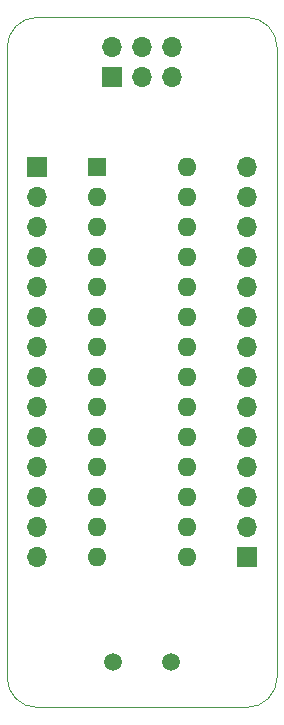
<source format=gbr>
%TF.GenerationSoftware,KiCad,Pcbnew,8.0.2*%
%TF.CreationDate,2024-05-09T17:00:38-05:00*%
%TF.ProjectId,atmega328-proto,61746d65-6761-4333-9238-2d70726f746f,A*%
%TF.SameCoordinates,Original*%
%TF.FileFunction,Soldermask,Bot*%
%TF.FilePolarity,Negative*%
%FSLAX46Y46*%
G04 Gerber Fmt 4.6, Leading zero omitted, Abs format (unit mm)*
G04 Created by KiCad (PCBNEW 8.0.2) date 2024-05-09 17:00:38*
%MOMM*%
%LPD*%
G01*
G04 APERTURE LIST*
%ADD10R,1.600000X1.600000*%
%ADD11O,1.600000X1.600000*%
%ADD12R,1.700000X1.700000*%
%ADD13O,1.700000X1.700000*%
%ADD14C,1.500000*%
%TA.AperFunction,Profile*%
%ADD15C,0.050000*%
%TD*%
G04 APERTURE END LIST*
D10*
%TO.C,U1*%
X104140000Y-63500000D03*
D11*
X104140000Y-66040000D03*
X104140000Y-68580000D03*
X104140000Y-71120000D03*
X104140000Y-73660000D03*
X104140000Y-76200000D03*
X104140000Y-78740000D03*
X104140000Y-81280000D03*
X104140000Y-83820000D03*
X104140000Y-86360000D03*
X104140000Y-88900000D03*
X104140000Y-91440000D03*
X104140000Y-93980000D03*
X104140000Y-96520000D03*
X111760000Y-96520000D03*
X111760000Y-93980000D03*
X111760000Y-91440000D03*
X111760000Y-88900000D03*
X111760000Y-86360000D03*
X111760000Y-83820000D03*
X111760000Y-81280000D03*
X111760000Y-78740000D03*
X111760000Y-76200000D03*
X111760000Y-73660000D03*
X111760000Y-71120000D03*
X111760000Y-68580000D03*
X111760000Y-66040000D03*
X111760000Y-63500000D03*
%TD*%
D12*
%TO.C,J1*%
X99060000Y-63500000D03*
D13*
X99060000Y-66040000D03*
X99060000Y-68580000D03*
X99060000Y-71120000D03*
X99060000Y-73660000D03*
X99060000Y-76200000D03*
X99060000Y-78740000D03*
X99060000Y-81280000D03*
X99060000Y-83820000D03*
X99060000Y-86360000D03*
X99060000Y-88900000D03*
X99060000Y-91440000D03*
X99060000Y-93980000D03*
X99060000Y-96520000D03*
%TD*%
D12*
%TO.C,J4*%
X105410000Y-55880000D03*
D13*
X105410000Y-53340000D03*
X107950000Y-55880000D03*
X107950000Y-53340000D03*
X110490000Y-55880000D03*
X110490000Y-53340000D03*
%TD*%
D12*
%TO.C,J2*%
X116840000Y-96520000D03*
D13*
X116840000Y-93980000D03*
X116840000Y-91440000D03*
X116840000Y-88900000D03*
X116840000Y-86360000D03*
X116840000Y-83820000D03*
X116840000Y-81280000D03*
X116840000Y-78740000D03*
X116840000Y-76200000D03*
X116840000Y-73660000D03*
X116840000Y-71120000D03*
X116840000Y-68580000D03*
X116840000Y-66040000D03*
X116840000Y-63500000D03*
%TD*%
D14*
%TO.C,Y1*%
X105500000Y-105410000D03*
X110380000Y-105410000D03*
%TD*%
D15*
X119380000Y-106680000D02*
G75*
G02*
X116840000Y-109220000I-2540000J0D01*
G01*
X116840000Y-50800000D02*
X99060000Y-50800000D01*
X99060000Y-109220000D02*
X116840000Y-109220000D01*
X99060000Y-109220000D02*
G75*
G02*
X96520000Y-106680000I0J2540000D01*
G01*
X119380000Y-53340000D02*
X119380000Y-106680000D01*
X96520000Y-53340000D02*
G75*
G02*
X99060000Y-50800000I2540000J0D01*
G01*
X116840000Y-50800000D02*
G75*
G02*
X119380000Y-53340000I0J-2540000D01*
G01*
X96520000Y-53340000D02*
X96520000Y-106680000D01*
M02*

</source>
